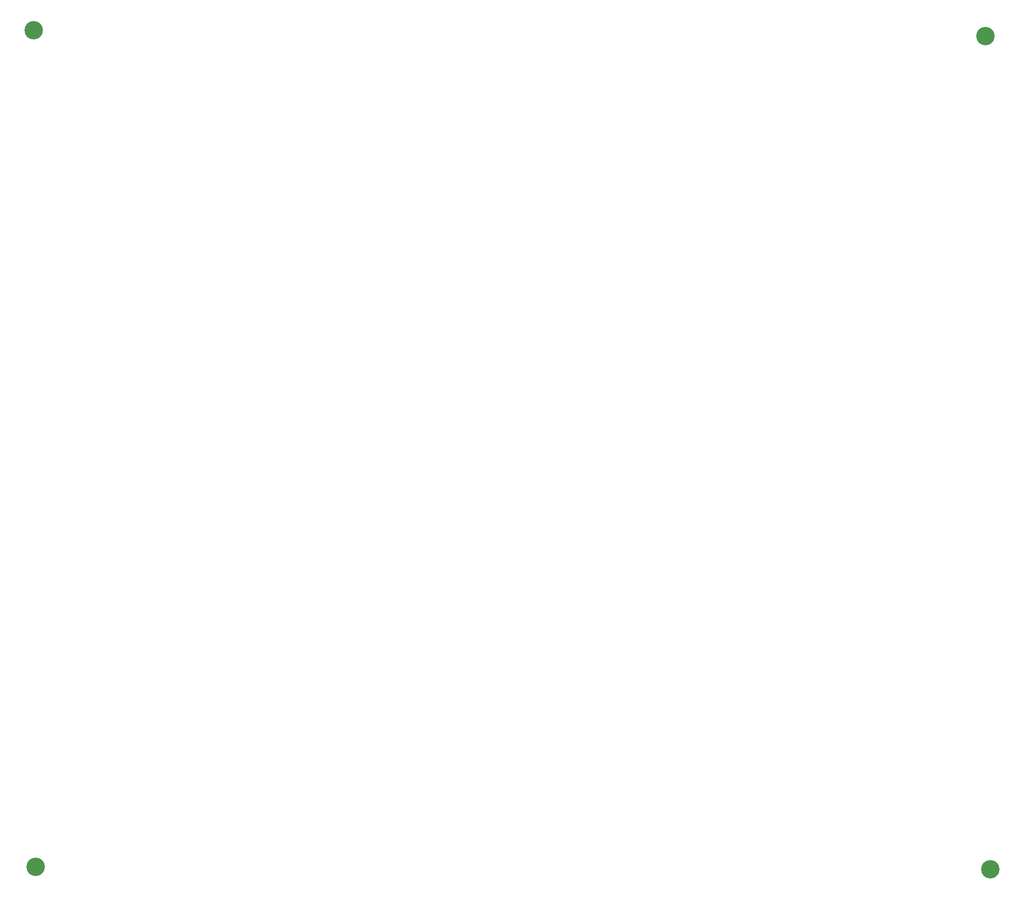
<source format=gbs>
G04 EAGLE Gerber RS-274X export*
G75*
%MOMM*%
%FSLAX34Y34*%
%LPD*%
%INSoldermask Bottom*%
%IPPOS*%
%AMOC8*
5,1,8,0,0,1.08239X$1,22.5*%
G01*
%ADD10C,3.203200*%


D10*
X129059Y1617466D03*
X132836Y165705D03*
X1779565Y1607416D03*
X1787998Y161485D03*
M02*

</source>
